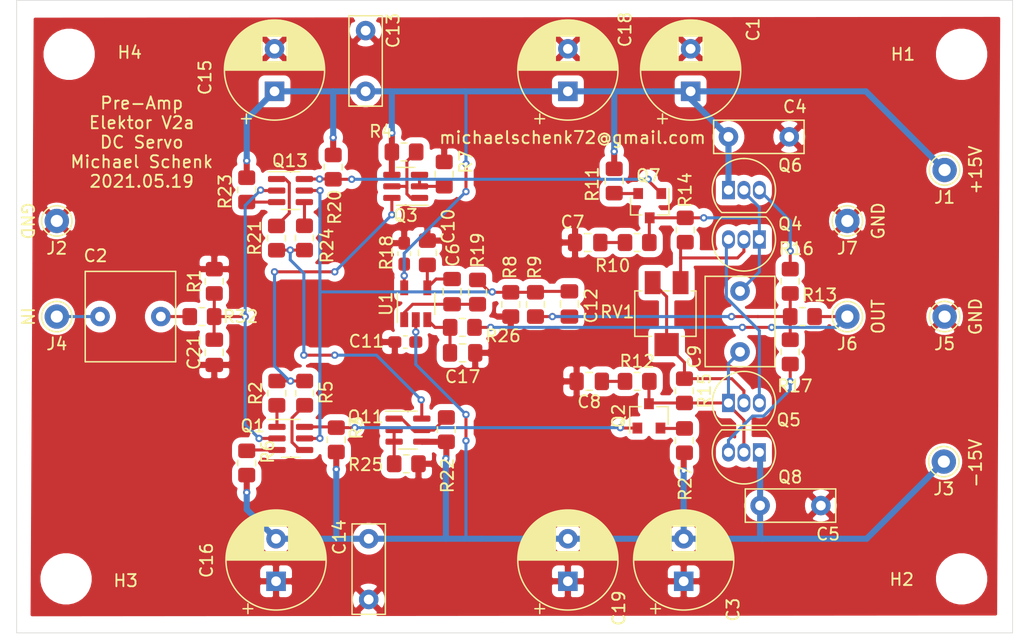
<source format=kicad_pcb>
(kicad_pcb (version 20171130) (host pcbnew "(5.1.10-0-10_14)")
  (layers (0 F.Cu signal) (31 B.Cu signal) (34 B.Paste user) (35 F.Paste user) (36 B.SilkS user) (37 F.SilkS user) (38 B.Mask user) (39 F.Mask user) (44 Edge.Cuts user))
  (net 0 "")
  (net 1 GND)
  (net 2 +15V)
  (net 3 "Net-(C2-Pad2)")
  (net 4 "Net-(C2-Pad1)")
  (net 5 -15V)
  (net 6 "Net-(C7-Pad2)")
  (net 7 "Net-(Q2-Pad2)")
  (net 8 "Net-(Q7-Pad2)")
  (net 9 "Net-(C12-Pad2)")
  (net 10 "Net-(C12-Pad1)")
  (net 11 "Net-(Q11-Pad1)")
  (net 12 "Net-(Q11-Pad6)")
  (net 13 "Net-(Q11-Pad2)")
  (net 14 "Net-(Q13-Pad4)")
  (net 15 "Net-(Q13-Pad3)")
  (net 16 "Net-(Q13-Pad1)")
  (net 17 "Net-(Q3-Pad6)")
  (net 18 "Net-(Q3-Pad1)")
  (net 19 "Net-(Q3-Pad2)")
  (net 20 "Net-(Q1-Pad4)")
  (net 21 "Net-(Q1-Pad3)")
  (net 22 "Net-(Q1-Pad1)")
  (net 23 "Net-(C8-Pad1)")
  (net 24 "Net-(C9-Pad2)")
  (net 25 "Net-(C9-Pad1)")
  (net 26 "Net-(Q1-Pad6)")
  (net 27 "Net-(Q4-Pad3)")
  (net 28 "Net-(Q4-Pad2)")
  (net 29 "Net-(Q5-Pad2)")
  (net 30 "Net-(Q6-Pad3)")
  (net 31 "Net-(Q13-Pad6)")
  (net 32 "Net-(Q8-Pad3)")
  (net 33 "Net-(C21-Pad2)")
  (net 34 "Net-(C6-Pad2)")
  (net 35 DCSERVO_OUT)
  (net 36 "Net-(C17-Pad2)")
  (net 37 DCSERVO_IN)
  (module Package_TO_SOT_SMD:TSOT-23-5 (layer F.Cu) (at 154.747 120.864 90)
    (fp_text reference U1 (at 0 -2.45 90) (layer F.SilkS))
    (fp_text value OPA188xxDBV)
    (pad 5 smd rect (at 1.31 -0.95 90) (size 1.22 0.65) (layers F.Cu F.Paste F.Mask) (net 2 +15V))
    (pad 4 smd rect (at 1.31 0.95 90) (size 1.22 0.65) (layers F.Cu F.Paste F.Mask) (net 34 "Net-(C6-Pad2)"))
    (pad 3 smd rect (at -1.31 0.95 90) (size 1.22 0.65) (layers F.Cu F.Paste F.Mask) (net 36 "Net-(C17-Pad2)"))
    (pad 2 smd rect (at -1.31 0 90) (size 1.22 0.65) (layers F.Cu F.Paste F.Mask) (net 5 -15V))
    (pad 1 smd rect (at -1.31 -0.95 90) (size 1.22 0.65) (layers F.Cu F.Paste F.Mask) (net 35 DCSERVO_OUT))
  )
  (module Resistor_SMD:R_0805_2012Metric_Pad1.20x1.40mm_HandSolder (layer F.Cu) (at 158.5755 122.809 180)
    (fp_text reference R26 (at -3.3495 -0.6985) (layer F.SilkS))
    (fp_text value 100k)
    (pad 2 smd roundrect (at 1 0 180) (size 1.2 1.4) (layers F.Cu F.Paste F.Mask) (roundrect_rratio 0.208333) (net 36 "Net-(C17-Pad2)"))
    (pad 1 smd roundrect (at -1 0 180) (size 1.2 1.4) (layers F.Cu F.Paste F.Mask) (roundrect_rratio 0.208333) (net 37 DCSERVO_IN))
  )
  (module Resistor_SMD:R_0805_2012Metric_Pad1.20x1.40mm_HandSolder (layer F.Cu) (at 159.8295 119.904 90)
    (fp_text reference R19 (at 3.445 0 90) (layer F.SilkS))
    (fp_text value 10k)
    (pad 2 smd roundrect (at 1 0 90) (size 1.2 1.4) (layers F.Cu F.Paste F.Mask) (roundrect_rratio 0.208333) (net 9 "Net-(C12-Pad2)"))
    (pad 1 smd roundrect (at -1 0 90) (size 1.2 1.4) (layers F.Cu F.Paste F.Mask) (roundrect_rratio 0.208333) (net 35 DCSERVO_OUT))
  )
  (module Resistor_SMD:R_0805_2012Metric_Pad1.20x1.40mm_HandSolder (layer F.Cu) (at 155.702 116.6655 90)
    (fp_text reference R18 (at 0 -3.3655 90) (layer F.SilkS))
    (fp_text value 100k)
    (pad 2 smd roundrect (at 1 0 90) (size 1.2 1.4) (layers F.Cu F.Paste F.Mask) (roundrect_rratio 0.208333) (net 1 GND))
    (pad 1 smd roundrect (at -1 0 90) (size 1.2 1.4) (layers F.Cu F.Paste F.Mask) (roundrect_rratio 0.208333) (net 34 "Net-(C6-Pad2)"))
  )
  (module Capacitor_SMD:C_0805_2012Metric_Pad1.18x1.45mm_HandSolder (layer F.Cu) (at 158.6015 124.9045 180)
    (fp_text reference C17 (at 0 -1.9685) (layer F.SilkS))
    (fp_text value 1uF)
    (pad 2 smd roundrect (at 1.0375 0 180) (size 1.175 1.45) (layers F.Cu F.Paste F.Mask) (roundrect_rratio 0.212766) (net 36 "Net-(C17-Pad2)"))
    (pad 1 smd roundrect (at -1.0375 0 180) (size 1.175 1.45) (layers F.Cu F.Paste F.Mask) (roundrect_rratio 0.212766) (net 1 GND))
  )
  (module Capacitor_SMD:C_0603_1608Metric_Pad1.08x0.95mm_HandSolder (layer F.Cu) (at 153.887 124.0155)
    (fp_text reference C11 (at -3.2015 -0.0635) (layer F.SilkS))
    (fp_text value 100nF)
    (pad 2 smd roundrect (at 0.8625 0) (size 1.075 0.95) (layers F.Cu F.Paste F.Mask) (net 5 -15V))
    (pad 1 smd roundrect (at -0.8625 0) (size 1.075 0.95) (layers F.Cu F.Paste F.Mask) (net 1 GND))
  )
  (module Capacitor_SMD:C_0603_1608Metric_Pad1.08x0.95mm_HandSolder (layer F.Cu) (at 153.797 116.7395 270)
    (fp_text reference C10 (at -2.249 -3.6195 90) (layer F.SilkS))
    (fp_text value 100nF)
    (pad 2 smd roundrect (at 0.8625 0 270) (size 1.075 0.95) (layers F.Cu F.Paste F.Mask) (net 2 +15V))
    (pad 1 smd roundrect (at -0.8625 0 270) (size 1.075 0.95) (layers F.Cu F.Paste F.Mask) (net 1 GND))
  )
  (module Capacitor_SMD:C_0805_2012Metric_Pad1.18x1.45mm_HandSolder (layer F.Cu) (at 157.734 119.8665 90)
    (fp_text reference C6 (at 3.0265 0.0635 90) (layer F.SilkS))
    (fp_text value 1uF)
    (pad 2 smd roundrect (at 1.0375 0 90) (size 1.175 1.45) (layers F.Cu F.Paste F.Mask) (roundrect_rratio 0.212766) (net 34 "Net-(C6-Pad2)"))
    (pad 1 smd roundrect (at -1.0375 0 90) (size 1.175 1.45) (layers F.Cu F.Paste F.Mask) (roundrect_rratio 0.212766) (net 35 DCSERVO_OUT))
  )
  (module Potentiometer_SMD:Potentiometer_Bourns_3214X_Vertical (layer F.Cu) (at 175.38 121.676)
    (fp_text reference RV1 (at -4.057 -0.137) (layer F.SilkS))
    (fp_text value 10k)
    (pad 3 smd rect (at -1.15 -2.55) (size 1.3 1.9) (layers F.Cu F.Paste F.Mask) (net 29 "Net-(Q5-Pad2)"))
    (pad 2 smd rect (at 0 2.55) (size 2 1.9) (layers F.Cu F.Paste F.Mask) (net 29 "Net-(Q5-Pad2)"))
    (pad 1 smd rect (at 1.15 -2.55) (size 1.3 1.9) (layers F.Cu F.Paste F.Mask) (net 28 "Net-(Q4-Pad2)"))
  )
  (module Resistor_SMD:R_0805_2012Metric_Pad1.20x1.40mm_HandSolder (layer F.Cu) (at 138.176 119.015 90)
    (fp_text reference R1 (at 0 -1.65 90) (layer F.SilkS))
    (fp_text value 10k)
    (pad 2 smd roundrect (at 1 0 90) (size 1.2 1.4) (layers F.Cu F.Paste F.Mask) (roundrect_rratio 0.2083325) (net 1 GND))
    (pad 1 smd roundrect (at -1 0 90) (size 1.2 1.4) (layers F.Cu F.Paste F.Mask) (roundrect_rratio 0.2083325) (net 33 "Net-(C21-Pad2)"))
  )
  (module Resistor_SMD:R_0805_2012Metric_Pad1.20x1.40mm_HandSolder (layer F.Cu) (at 137.16 121.92 180)
    (fp_text reference R32 (at -3.175 0) (layer F.SilkS))
    (fp_text value 470R)
    (pad 2 smd roundrect (at 1 0 180) (size 1.2 1.4) (layers F.Cu F.Paste F.Mask) (roundrect_rratio 0.208333) (net 4 "Net-(C2-Pad1)"))
    (pad 1 smd roundrect (at -1 0 180) (size 1.2 1.4) (layers F.Cu F.Paste F.Mask) (roundrect_rratio 0.208333) (net 33 "Net-(C21-Pad2)"))
  )
  (module Capacitor_SMD:C_0805_2012Metric_Pad1.18x1.45mm_HandSolder (layer F.Cu) (at 138.176 124.8625 90)
    (fp_text reference C21 (at 0 -1.68 90) (layer F.SilkS))
    (fp_text value 33p)
    (pad 2 smd roundrect (at 1.0375 0 90) (size 1.175 1.45) (layers F.Cu F.Paste F.Mask) (roundrect_rratio 0.212766) (net 33 "Net-(C21-Pad2)"))
    (pad 1 smd roundrect (at -1.0375 0 90) (size 1.175 1.45) (layers F.Cu F.Paste F.Mask) (roundrect_rratio 0.212766) (net 1 GND))
  )
  (module Resistor_SMD:R_0805_2012Metric_Pad1.20x1.40mm_HandSolder (layer F.Cu) (at 148.209 132.064 270)
    (fp_text reference R3 (at -1 -1.651 90) (layer F.SilkS))
    (fp_text value 806R)
    (pad 2 smd roundrect (at 1 0 270) (size 1.2 1.4) (layers F.Cu F.Paste F.Mask) (roundrect_rratio 0.2083325) (net 5 -15V))
    (pad 1 smd roundrect (at -1 0 270) (size 1.2 1.4) (layers F.Cu F.Paste F.Mask) (roundrect_rratio 0.2083325) (net 26 "Net-(Q1-Pad6)"))
  )
  (module Resistor_SMD:R_0805_2012Metric_Pad1.20x1.40mm_HandSolder (layer F.Cu) (at 162.56 120.92 270)
    (fp_text reference R8 (at -3.064 0.0635 90) (layer F.SilkS))
    (fp_text value 10k)
    (pad 2 smd roundrect (at 1 0 270) (size 1.2 1.4) (layers F.Cu F.Paste F.Mask) (roundrect_rratio 0.2083325) (net 1 GND))
    (pad 1 smd roundrect (at -1 0 270) (size 1.2 1.4) (layers F.Cu F.Paste F.Mask) (roundrect_rratio 0.2083325) (net 9 "Net-(C12-Pad2)"))
  )
  (module Capacitor_SMD:C_0805_2012Metric_Pad1.18x1.45mm_HandSolder (layer F.Cu) (at 169.0155 127.254 180)
    (fp_text reference C8 (at 0 -1.68) (layer F.SilkS))
    (fp_text value 150p)
    (pad 2 smd roundrect (at 1.0375 0 180) (size 1.175 1.45) (layers F.Cu F.Paste F.Mask) (roundrect_rratio 0.212766) (net 1 GND))
    (pad 1 smd roundrect (at -1.0375 0 180) (size 1.175 1.45) (layers F.Cu F.Paste F.Mask) (roundrect_rratio 0.212766) (net 23 "Net-(C8-Pad1)"))
  )
  (module Capacitor_SMD:C_0805_2012Metric_Pad1.18x1.45mm_HandSolder (layer F.Cu) (at 168.8885 115.824)
    (fp_text reference C7 (at -1.2485 -1.68) (layer F.SilkS))
    (fp_text value 150p)
    (pad 2 smd roundrect (at 1.0375 0) (size 1.175 1.45) (layers F.Cu F.Paste F.Mask) (roundrect_rratio 0.212766) (net 6 "Net-(C7-Pad2)"))
    (pad 1 smd roundrect (at -1.0375 0) (size 1.175 1.45) (layers F.Cu F.Paste F.Mask) (roundrect_rratio 0.212766) (net 1 GND))
  )
  (module Capacitor_THT:C_Rect_L7.2mm_W2.5mm_P5.00mm_FKS2_FKP2_MKS2_MKP2 (layer F.Cu) (at 185.467 107.1245 180)
    (fp_text reference C4 (at -0.461 2.4765) (layer F.SilkS))
    (fp_text value 100nF)
    (pad 2 thru_hole circle (at 5 0 180) (size 1.6 1.6) (drill 0.8) (layers *.Cu *.Mask) (net 2 +15V))
    (pad 1 thru_hole circle (at 0 0 180) (size 1.6 1.6) (drill 0.8) (layers *.Cu *.Mask) (net 1 GND))
  )
  (module Capacitor_THT:C_Rect_L7.2mm_W5.5mm_P5.00mm_FKS2_FKP2_MKS2_MKP2 (layer F.Cu) (at 181.4195 124.8245 90)
    (fp_text reference C9 (at -0.3975 -3.7465 90) (layer F.SilkS))
    (fp_text value 1uF)
    (pad 2 thru_hole circle (at 5 0 90) (size 1.6 1.6) (drill 0.8) (layers *.Cu *.Mask) (net 24 "Net-(C9-Pad2)"))
    (pad 1 thru_hole circle (at 0 0 90) (size 1.6 1.6) (drill 0.8) (layers *.Cu *.Mask) (net 25 "Net-(C9-Pad1)"))
  )
  (module Resistor_SMD:R_0805_2012Metric_Pad1.20x1.40mm_HandSolder (layer F.Cu) (at 185.547 124.825 270)
    (fp_text reference R17 (at 2.81 -0.381 180) (layer F.SilkS))
    (fp_text value 10R)
    (pad 2 smd roundrect (at 1 0 270) (size 1.2 1.4) (layers F.Cu F.Paste F.Mask) (roundrect_rratio 0.208333) (net 32 "Net-(Q8-Pad3)"))
    (pad 1 smd roundrect (at -1 0 270) (size 1.2 1.4) (layers F.Cu F.Paste F.Mask) (roundrect_rratio 0.208333) (net 10 "Net-(C12-Pad1)"))
  )
  (module Resistor_SMD:R_0805_2012Metric_Pad1.20x1.40mm_HandSolder (layer F.Cu) (at 185.547 119.015 270)
    (fp_text reference R16 (at -2.683 -0.508 180) (layer F.SilkS))
    (fp_text value 10R)
    (pad 2 smd roundrect (at 1 0 270) (size 1.2 1.4) (layers F.Cu F.Paste F.Mask) (roundrect_rratio 0.208333) (net 10 "Net-(C12-Pad1)"))
    (pad 1 smd roundrect (at -1 0 270) (size 1.2 1.4) (layers F.Cu F.Paste F.Mask) (roundrect_rratio 0.208333) (net 30 "Net-(Q6-Pad3)"))
  )
  (module Resistor_SMD:R_0805_2012Metric_Pad1.20x1.40mm_HandSolder (layer F.Cu) (at 176.8475 128.032 270)
    (fp_text reference R15 (at 0 -1.65 90) (layer F.SilkS))
    (fp_text value 390R)
    (pad 2 smd roundrect (at 1 0 270) (size 1.2 1.4) (layers F.Cu F.Paste F.Mask) (roundrect_rratio 0.208333) (net 25 "Net-(C9-Pad1)"))
    (pad 1 smd roundrect (at -1 0 270) (size 1.2 1.4) (layers F.Cu F.Paste F.Mask) (roundrect_rratio 0.208333) (net 29 "Net-(Q5-Pad2)"))
  )
  (module Resistor_SMD:R_0805_2012Metric_Pad1.20x1.40mm_HandSolder (layer F.Cu) (at 176.911 114.792 270)
    (fp_text reference R14 (at -3.286 0 90) (layer F.SilkS))
    (fp_text value 390R)
    (pad 2 smd roundrect (at 1 0 270) (size 1.2 1.4) (layers F.Cu F.Paste F.Mask) (roundrect_rratio 0.208333) (net 28 "Net-(Q4-Pad2)"))
    (pad 1 smd roundrect (at -1 0 270) (size 1.2 1.4) (layers F.Cu F.Paste F.Mask) (roundrect_rratio 0.208333) (net 24 "Net-(C9-Pad2)"))
  )
  (module Resistor_SMD:R_0805_2012Metric_Pad1.20x1.40mm_HandSolder (layer F.Cu) (at 172.958 127.254)
    (fp_text reference R12 (at 0 -1.65) (layer F.SilkS))
    (fp_text value 10k)
    (pad 2 smd roundrect (at 1 0) (size 1.2 1.4) (layers F.Cu F.Paste F.Mask) (roundrect_rratio 0.208333) (net 25 "Net-(C9-Pad1)"))
    (pad 1 smd roundrect (at -1 0) (size 1.2 1.4) (layers F.Cu F.Paste F.Mask) (roundrect_rratio 0.208333) (net 23 "Net-(C8-Pad1)"))
  )
  (module Resistor_SMD:R_0805_2012Metric_Pad1.20x1.40mm_HandSolder (layer F.Cu) (at 172.958 115.824 180)
    (fp_text reference R10 (at 2.016 -1.905) (layer F.SilkS))
    (fp_text value 10k)
    (pad 2 smd roundrect (at 1 0 180) (size 1.2 1.4) (layers F.Cu F.Paste F.Mask) (roundrect_rratio 0.208333) (net 6 "Net-(C7-Pad2)"))
    (pad 1 smd roundrect (at -1 0 180) (size 1.2 1.4) (layers F.Cu F.Paste F.Mask) (roundrect_rratio 0.208333) (net 24 "Net-(C9-Pad2)"))
  )
  (module Package_TO_SOT_THT:TO-92_Inline (layer F.Cu) (at 183.007 133.096 180)
    (fp_text reference Q8 (at -2.54 -2.032) (layer F.SilkS))
    (fp_text value BC327-40)
    (pad 1 thru_hole rect (at 0 0 180) (size 1.05 1.5) (drill 0.75) (layers *.Cu *.Mask) (net 5 -15V))
    (pad 3 thru_hole oval (at 2.54 0 180) (size 1.05 1.5) (drill 0.75) (layers *.Cu *.Mask) (net 32 "Net-(Q8-Pad3)"))
    (pad 2 thru_hole oval (at 1.27 0 180) (size 1.05 1.5) (drill 0.75) (layers *.Cu *.Mask) (net 25 "Net-(C9-Pad1)"))
  )
  (module Package_TO_SOT_THT:TO-92_Inline (layer F.Cu) (at 180.467 111.506)
    (fp_text reference Q6 (at 5.08 -2.032) (layer F.SilkS))
    (fp_text value BC337-40)
    (pad 1 thru_hole rect (at 0 0) (size 1.05 1.5) (drill 0.75) (layers *.Cu *.Mask) (net 2 +15V))
    (pad 3 thru_hole oval (at 2.54 0) (size 1.05 1.5) (drill 0.75) (layers *.Cu *.Mask) (net 30 "Net-(Q6-Pad3)"))
    (pad 2 thru_hole oval (at 1.27 0) (size 1.05 1.5) (drill 0.75) (layers *.Cu *.Mask) (net 24 "Net-(C9-Pad2)"))
  )
  (module Package_TO_SOT_THT:TO-92_Inline (layer F.Cu) (at 180.467 129.032)
    (fp_text reference Q5 (at 4.953 1.397) (layer F.SilkS))
    (fp_text value BC560C)
    (pad 1 thru_hole rect (at 0 0) (size 1.05 1.5) (drill 0.75) (layers *.Cu *.Mask) (net 25 "Net-(C9-Pad1)"))
    (pad 3 thru_hole oval (at 2.54 0) (size 1.05 1.5) (drill 0.75) (layers *.Cu *.Mask) (net 27 "Net-(Q4-Pad3)"))
    (pad 2 thru_hole oval (at 1.27 0) (size 1.05 1.5) (drill 0.75) (layers *.Cu *.Mask) (net 29 "Net-(Q5-Pad2)"))
  )
  (module Package_TO_SOT_THT:TO-92_Inline (layer F.Cu) (at 183.007 115.57 180)
    (fp_text reference Q4 (at -2.54 1.27) (layer F.SilkS))
    (fp_text value BC550C)
    (pad 1 thru_hole rect (at 0 0 180) (size 1.05 1.5) (drill 0.75) (layers *.Cu *.Mask) (net 24 "Net-(C9-Pad2)"))
    (pad 3 thru_hole oval (at 2.54 0 180) (size 1.05 1.5) (drill 0.75) (layers *.Cu *.Mask) (net 27 "Net-(Q4-Pad3)"))
    (pad 2 thru_hole oval (at 1.27 0 180) (size 1.05 1.5) (drill 0.75) (layers *.Cu *.Mask) (net 28 "Net-(Q4-Pad2)"))
  )
  (module Package_TO_SOT_SMD:SOT-23 (layer F.Cu) (at 173.9265 130.0955 90)
    (fp_text reference Q2 (at 0 -2.5 90) (layer F.SilkS))
    (fp_text value BC850C)
    (pad 3 smd rect (at 1 0 90) (size 0.9 0.8) (layers F.Cu F.Paste F.Mask) (net 25 "Net-(C9-Pad1)"))
    (pad 2 smd rect (at -1 0.95 90) (size 0.9 0.8) (layers F.Cu F.Paste F.Mask) (net 7 "Net-(Q2-Pad2)"))
    (pad 1 smd rect (at -1 -0.95 90) (size 0.9 0.8) (layers F.Cu F.Paste F.Mask) (net 26 "Net-(Q1-Pad6)"))
  )
  (module Package_SO:SC-74-6_1.5x2.9mm_P0.95mm (layer F.Cu) (at 144.468 131.9505)
    (fp_text reference Q1 (at -3.1424 -1.0262) (layer F.SilkS))
    (fp_text value BCM857DS,115)
    (pad 6 smd roundrect (at 1.1375 -0.95) (size 1.425 0.5) (layers F.Cu F.Paste F.Mask) (net 26 "Net-(Q1-Pad6)"))
    (pad 5 smd roundrect (at 1.1375 0) (size 1.425 0.5) (layers F.Cu F.Paste F.Mask) (net 9 "Net-(C12-Pad2)"))
    (pad 4 smd roundrect (at 1.1375 0.95) (size 1.425 0.5) (layers F.Cu F.Paste F.Mask) (net 20 "Net-(Q1-Pad4)"))
    (pad 3 smd roundrect (at -1.1375 0.95) (size 1.425 0.5) (layers F.Cu F.Paste F.Mask) (net 21 "Net-(Q1-Pad3)"))
    (pad 2 smd roundrect (at -1.1375 0) (size 1.425 0.5) (layers F.Cu F.Paste F.Mask) (net 33 "Net-(C21-Pad2)"))
    (pad 1 smd roundrect (at -1.1375 -0.95) (size 1.425 0.5) (layers F.Cu F.Paste F.Mask) (net 22 "Net-(Q1-Pad1)"))
  )
  (module Package_SO:SC-74-6_1.5x2.9mm_P0.95mm (layer F.Cu) (at 153.9185 111.1987 180)
    (fp_text reference Q3 (at 0 -2.4) (layer F.SilkS))
    (fp_text value BCM857DS,115)
    (pad 6 smd roundrect (at 1.1375 -0.95 180) (size 1.425 0.5) (layers F.Cu F.Paste F.Mask) (net 17 "Net-(Q3-Pad6)"))
    (pad 5 smd roundrect (at 1.1375 0 180) (size 1.425 0.5) (layers F.Cu F.Paste F.Mask) (net 18 "Net-(Q3-Pad1)"))
    (pad 4 smd roundrect (at 1.1375 0.95 180) (size 1.425 0.5) (layers F.Cu F.Paste F.Mask) (net 2 +15V))
    (pad 3 smd roundrect (at -1.1375 0.95 180) (size 1.425 0.5) (layers F.Cu F.Paste F.Mask) (net 19 "Net-(Q3-Pad2)"))
    (pad 2 smd roundrect (at -1.1375 0 180) (size 1.425 0.5) (layers F.Cu F.Paste F.Mask) (net 19 "Net-(Q3-Pad2)"))
    (pad 1 smd roundrect (at -1.1375 -0.95 180) (size 1.425 0.5) (layers F.Cu F.Paste F.Mask) (net 18 "Net-(Q3-Pad1)"))
  )
  (module Package_SO:SC-74-6_1.5x2.9mm_P0.95mm (layer F.Cu) (at 144.4443 111.5466)
    (fp_text reference Q13 (at -0.0453 -2.4536) (layer F.SilkS))
    (fp_text value BCM847DS,115)
    (pad 6 smd roundrect (at 1.1375 -0.95) (size 1.425 0.5) (layers F.Cu F.Paste F.Mask) (net 31 "Net-(Q13-Pad6)"))
    (pad 5 smd roundrect (at 1.1375 0) (size 1.425 0.5) (layers F.Cu F.Paste F.Mask) (net 9 "Net-(C12-Pad2)"))
    (pad 4 smd roundrect (at 1.1375 0.95) (size 1.425 0.5) (layers F.Cu F.Paste F.Mask) (net 14 "Net-(Q13-Pad4)"))
    (pad 3 smd roundrect (at -1.1375 0.95) (size 1.425 0.5) (layers F.Cu F.Paste F.Mask) (net 15 "Net-(Q13-Pad3)"))
    (pad 2 smd roundrect (at -1.1375 0) (size 1.425 0.5) (layers F.Cu F.Paste F.Mask) (net 33 "Net-(C21-Pad2)"))
    (pad 1 smd roundrect (at -1.1375 -0.95) (size 1.425 0.5) (layers F.Cu F.Paste F.Mask) (net 16 "Net-(Q13-Pad1)"))
  )
  (module Package_SO:SC-74-6_1.5x2.9mm_P0.95mm (layer F.Cu) (at 154.1043 131.2647)
    (fp_text reference Q11 (at -3.4823 -1.0897) (layer F.SilkS))
    (fp_text value BCM847DS,115)
    (pad 6 smd roundrect (at 1.1375 -0.95) (size 1.425 0.5) (layers F.Cu F.Paste F.Mask) (net 12 "Net-(Q11-Pad6)"))
    (pad 5 smd roundrect (at 1.1375 0) (size 1.425 0.5) (layers F.Cu F.Paste F.Mask) (net 11 "Net-(Q11-Pad1)"))
    (pad 4 smd roundrect (at 1.1375 0.95) (size 1.425 0.5) (layers F.Cu F.Paste F.Mask) (net 5 -15V))
    (pad 3 smd roundrect (at -1.1375 0.95) (size 1.425 0.5) (layers F.Cu F.Paste F.Mask) (net 13 "Net-(Q11-Pad2)"))
    (pad 2 smd roundrect (at -1.1375 0) (size 1.425 0.5) (layers F.Cu F.Paste F.Mask) (net 13 "Net-(Q11-Pad2)"))
    (pad 1 smd roundrect (at -1.1375 -0.95) (size 1.425 0.5) (layers F.Cu F.Paste F.Mask) (net 11 "Net-(Q11-Pad1)"))
  )
  (module Capacitor_THT:CP_Radial_D8.0mm_P3.50mm (layer F.Cu) (at 177.3555 103.378 90)
    (fp_text reference C1 (at 5.08 5.1435 90) (layer F.SilkS))
    (fp_text value 220uF)
    (pad 2 thru_hole circle (at 3.5 0 90) (size 1.6 1.6) (drill 0.8) (layers *.Cu *.Mask) (net 1 GND))
    (pad 1 thru_hole rect (at 0 0 90) (size 1.6 1.6) (drill 0.8) (layers *.Cu *.Mask) (net 2 +15V))
  )
  (module Capacitor_THT:CP_Radial_D8.0mm_P3.50mm (layer F.Cu) (at 167.259 143.708 90)
    (fp_text reference C19 (at -2.215 4.191 90) (layer F.SilkS))
    (fp_text value 220uF)
    (pad 2 thru_hole circle (at 3.5 0 90) (size 1.6 1.6) (drill 0.8) (layers *.Cu *.Mask) (net 5 -15V))
    (pad 1 thru_hole rect (at 0 0 90) (size 1.6 1.6) (drill 0.8) (layers *.Cu *.Mask) (net 1 GND))
  )
  (module Capacitor_THT:CP_Radial_D8.0mm_P3.50mm (layer F.Cu) (at 167.259 103.378 90)
    (fp_text reference C18 (at 5.08 4.699 90) (layer F.SilkS))
    (fp_text value 220uF)
    (pad 2 thru_hole circle (at 3.5 0 90) (size 1.6 1.6) (drill 0.8) (layers *.Cu *.Mask) (net 1 GND))
    (pad 1 thru_hole rect (at 0 0 90) (size 1.6 1.6) (drill 0.8) (layers *.Cu *.Mask) (net 2 +15V))
  )
  (module Resistor_SMD:R_0805_2012Metric_Pad1.20x1.40mm_HandSolder (layer F.Cu) (at 186.547 121.92 180)
    (fp_text reference R13 (at -1.413 1.778) (layer F.SilkS))
    (fp_text value 47R)
    (pad 2 smd roundrect (at 1 0 180) (size 1.2 1.4) (layers F.Cu F.Paste F.Mask) (roundrect_rratio 0.2083325) (net 10 "Net-(C12-Pad1)"))
    (pad 1 smd roundrect (at -1 0 180) (size 1.2 1.4) (layers F.Cu F.Paste F.Mask) (roundrect_rratio 0.2083325) (net 37 DCSERVO_IN))
  )
  (module Resistor_SMD:R_0805_2012Metric_Pad1.20x1.40mm_HandSolder (layer F.Cu) (at 176.8475 132.1275 270)
    (fp_text reference R27 (at 3.5085 -0.0635 90) (layer F.SilkS))
    (fp_text value 249R)
    (pad 2 smd roundrect (at 1 0 270) (size 1.2 1.4) (layers F.Cu F.Paste F.Mask) (roundrect_rratio 0.2083325) (net 5 -15V))
    (pad 1 smd roundrect (at -1 0 270) (size 1.2 1.4) (layers F.Cu F.Paste F.Mask) (roundrect_rratio 0.2083325) (net 7 "Net-(Q2-Pad2)"))
  )
  (module Resistor_SMD:R_0805_2012Metric_Pad1.20x1.40mm_HandSolder (layer F.Cu) (at 153.9715 134.0358 180)
    (fp_text reference R25 (at 3.3495 -0.0762) (layer F.SilkS))
    (fp_text value 10k)
    (pad 2 smd roundrect (at 1 0 180) (size 1.2 1.4) (layers F.Cu F.Paste F.Mask) (roundrect_rratio 0.2083325) (net 13 "Net-(Q11-Pad2)"))
    (pad 1 smd roundrect (at -1 0 180) (size 1.2 1.4) (layers F.Cu F.Paste F.Mask) (roundrect_rratio 0.2083325) (net 1 GND))
  )
  (module Resistor_SMD:R_0805_2012Metric_Pad1.20x1.40mm_HandSolder (layer F.Cu) (at 145.5928 115.4463 270)
    (fp_text reference R24 (at 0.6317 -1.8542 90) (layer F.SilkS))
    (fp_text value 80.6R)
    (pad 2 smd roundrect (at 1 0 270) (size 1.2 1.4) (layers F.Cu F.Paste F.Mask) (roundrect_rratio 0.2083325) (net 12 "Net-(Q11-Pad6)"))
    (pad 1 smd roundrect (at -1 0 270) (size 1.2 1.4) (layers F.Cu F.Paste F.Mask) (roundrect_rratio 0.2083325) (net 14 "Net-(Q13-Pad4)"))
  )
  (module Resistor_SMD:R_0805_2012Metric_Pad1.20x1.40mm_HandSolder (layer F.Cu) (at 140.843 111.49 270)
    (fp_text reference R23 (at 0.143 1.778 90) (layer F.SilkS))
    (fp_text value 806R)
    (pad 2 smd roundrect (at 1 0 270) (size 1.2 1.4) (layers F.Cu F.Paste F.Mask) (roundrect_rratio 0.2083325) (net 15 "Net-(Q13-Pad3)"))
    (pad 1 smd roundrect (at -1 0 270) (size 1.2 1.4) (layers F.Cu F.Paste F.Mask) (roundrect_rratio 0.2083325) (net 2 +15V))
  )
  (module Resistor_SMD:R_0805_2012Metric_Pad1.20x1.40mm_HandSolder (layer F.Cu) (at 157.2641 131.2258 270)
    (fp_text reference R22 (at 3.7752 -0.0889 90) (layer F.SilkS))
    (fp_text value 140R)
    (pad 2 smd roundrect (at 1 0 270) (size 1.2 1.4) (layers F.Cu F.Paste F.Mask) (roundrect_rratio 0.2083325) (net 5 -15V))
    (pad 1 smd roundrect (at -1 0 270) (size 1.2 1.4) (layers F.Cu F.Paste F.Mask) (roundrect_rratio 0.2083325) (net 11 "Net-(Q11-Pad1)"))
  )
  (module Resistor_SMD:R_0805_2012Metric_Pad1.20x1.40mm_HandSolder (layer F.Cu) (at 143.2941 115.459 270)
    (fp_text reference R21 (at -0.0094 1.8034 90) (layer F.SilkS))
    (fp_text value 80.6R)
    (pad 2 smd roundrect (at 1 0 270) (size 1.2 1.4) (layers F.Cu F.Paste F.Mask) (roundrect_rratio 0.2083325) (net 12 "Net-(Q11-Pad6)"))
    (pad 1 smd roundrect (at -1 0 270) (size 1.2 1.4) (layers F.Cu F.Paste F.Mask) (roundrect_rratio 0.2083325) (net 16 "Net-(Q13-Pad1)"))
  )
  (module Resistor_SMD:R_0805_2012Metric_Pad1.20x1.40mm_HandSolder (layer F.Cu) (at 147.955 109.617 270)
    (fp_text reference R20 (at 3.286 -0.127 90) (layer F.SilkS))
    (fp_text value 806R)
    (pad 2 smd roundrect (at 1 0 270) (size 1.2 1.4) (layers F.Cu F.Paste F.Mask) (roundrect_rratio 0.2083325) (net 31 "Net-(Q13-Pad6)"))
    (pad 1 smd roundrect (at -1 0 270) (size 1.2 1.4) (layers F.Cu F.Paste F.Mask) (roundrect_rratio 0.2083325) (net 2 +15V))
  )
  (module Capacitor_THT:CP_Radial_D8.0mm_P3.50mm (layer F.Cu) (at 143.256 143.708 90)
    (fp_text reference C16 (at 1.722 -5.715 90) (layer F.SilkS))
    (fp_text value 220uF)
    (pad 2 thru_hole circle (at 3.5 0 90) (size 1.6 1.6) (drill 0.8) (layers *.Cu *.Mask) (net 5 -15V))
    (pad 1 thru_hole rect (at 0 0 90) (size 1.6 1.6) (drill 0.8) (layers *.Cu *.Mask) (net 1 GND))
  )
  (module Capacitor_THT:CP_Radial_D8.0mm_P3.50mm (layer F.Cu) (at 143.129 103.378 90)
    (fp_text reference C15 (at 1.143 -5.715 90) (layer F.SilkS))
    (fp_text value 220uF)
    (pad 2 thru_hole circle (at 3.5 0 90) (size 1.6 1.6) (drill 0.8) (layers *.Cu *.Mask) (net 1 GND))
    (pad 1 thru_hole rect (at 0 0 90) (size 1.6 1.6) (drill 0.8) (layers *.Cu *.Mask) (net 2 +15V))
  )
  (module Capacitor_THT:CP_Radial_D8.0mm_P3.50mm (layer F.Cu) (at 176.784 143.708 90)
    (fp_text reference C3 (at -2.342 4.064 90) (layer F.SilkS))
    (fp_text value 220uF)
    (pad 2 thru_hole circle (at 3.5 0 90) (size 1.6 1.6) (drill 0.8) (layers *.Cu *.Mask) (net 5 -15V))
    (pad 1 thru_hole rect (at 0 0 90) (size 1.6 1.6) (drill 0.8) (layers *.Cu *.Mask) (net 1 GND))
  )
  (module Capacitor_THT:C_Rect_L7.2mm_W2.5mm_P5.00mm_FKS2_FKP2_MKS2_MKP2 (layer F.Cu) (at 150.876 140.208 270)
    (fp_text reference C14 (at -0.127 2.413 90) (layer F.SilkS))
    (fp_text value 100nF)
    (pad 2 thru_hole circle (at 5 0 270) (size 1.6 1.6) (drill 0.8) (layers *.Cu *.Mask) (net 1 GND))
    (pad 1 thru_hole circle (at 0 0 270) (size 1.6 1.6) (drill 0.8) (layers *.Cu *.Mask) (net 5 -15V))
  )
  (module Capacitor_THT:C_Rect_L7.2mm_W2.5mm_P5.00mm_FKS2_FKP2_MKS2_MKP2 (layer F.Cu) (at 150.622 98.378 270)
    (fp_text reference C13 (at -0.0038 -2.2606 90) (layer F.SilkS))
    (fp_text value 100nF)
    (pad 2 thru_hole circle (at 5 0 270) (size 1.6 1.6) (drill 0.8) (layers *.Cu *.Mask) (net 2 +15V))
    (pad 1 thru_hole circle (at 0 0 270) (size 1.6 1.6) (drill 0.8) (layers *.Cu *.Mask) (net 1 GND))
  )
  (module Capacitor_THT:C_Rect_L7.2mm_W2.5mm_P5.00mm_FKS2_FKP2_MKS2_MKP2 (layer F.Cu) (at 183.0705 137.4775)
    (fp_text reference C5 (at 5.588 2.3495) (layer F.SilkS))
    (fp_text value 100nF)
    (pad 2 thru_hole circle (at 5 0) (size 1.6 1.6) (drill 0.8) (layers *.Cu *.Mask) (net 1 GND))
    (pad 1 thru_hole circle (at 0 0) (size 1.6 1.6) (drill 0.8) (layers *.Cu *.Mask) (net 5 -15V))
  )
  (module Connector_Pin:Pin_D1.0mm_L10.0mm (layer F.Cu) (at 190.246 114.046)
    (fp_text reference J7 (at 0 2.25) (layer F.SilkS))
    (fp_text value Conn_01x01)
    (pad 1 thru_hole circle (at 0 0) (size 2 2) (drill 1) (layers *.Cu *.Mask) (net 1 GND))
  )
  (module Connector_Pin:Pin_D1.0mm_L10.0mm (layer F.Cu) (at 190.246 121.92)
    (fp_text reference J6 (at 0 2.25) (layer F.SilkS))
    (fp_text value Conn_01x01)
    (pad 1 thru_hole circle (at 0 0) (size 2 2) (drill 1) (layers *.Cu *.Mask) (net 37 DCSERVO_IN))
  )
  (module Connector_Pin:Pin_D1.0mm_L10.0mm (layer F.Cu) (at 198.247 121.92)
    (fp_text reference J5 (at 0 2.25) (layer F.SilkS))
    (fp_text value Conn_01x01)
    (pad 1 thru_hole circle (at 0 0) (size 2 2) (drill 1) (layers *.Cu *.Mask) (net 1 GND))
  )
  (module Connector_Pin:Pin_D1.0mm_L10.0mm (layer F.Cu) (at 125.222 121.92)
    (fp_text reference J4 (at 0 2.25) (layer F.SilkS))
    (fp_text value Conn_01x01)
    (pad 1 thru_hole circle (at 0 0) (size 2 2) (drill 1) (layers *.Cu *.Mask) (net 3 "Net-(C2-Pad2)"))
  )
  (module Connector_Pin:Pin_D1.0mm_L10.0mm (layer F.Cu) (at 198.1835 133.858)
    (fp_text reference J3 (at 0 2.25) (layer F.SilkS))
    (fp_text value Conn_01x01)
    (pad 1 thru_hole circle (at 0 0) (size 2 2) (drill 1) (layers *.Cu *.Mask) (net 5 -15V))
  )
  (module Connector_Pin:Pin_D1.0mm_L10.0mm (layer F.Cu) (at 125.222 114.046)
    (fp_text reference J2 (at 0 2.25) (layer F.SilkS))
    (fp_text value Conn_01x01)
    (pad 1 thru_hole circle (at 0 0) (size 2 2) (drill 1) (layers *.Cu *.Mask) (net 1 GND))
  )
  (module Connector_Pin:Pin_D1.0mm_L10.0mm (layer F.Cu) (at 198.247 109.855)
    (fp_text reference J1 (at 0 2.25) (layer F.SilkS))
    (fp_text value Conn_01x01)
    (pad 1 thru_hole circle (at 0 0) (size 2 2) (drill 1) (layers *.Cu *.Mask) (net 2 +15V))
  )
  (module Resistor_SMD:R_0805_2012Metric_Pad1.20x1.40mm_HandSolder (layer F.Cu) (at 153.781 108.3691)
    (fp_text reference R4 (at -1.889 -1.6891) (layer F.SilkS))
    (fp_text value 140R)
    (pad 2 smd roundrect (at 1 0) (size 1.2 1.4) (layers F.Cu F.Paste F.Mask) (roundrect_rratio 0.2083325) (net 18 "Net-(Q3-Pad1)"))
    (pad 1 smd roundrect (at -1 0) (size 1.2 1.4) (layers F.Cu F.Paste F.Mask) (roundrect_rratio 0.2083325) (net 2 +15V))
  )
  (module Capacitor_SMD:C_0805_2012Metric_Pad1.18x1.45mm_HandSolder (layer F.Cu) (at 167.386 120.8825 90)
    (fp_text reference C12 (at -0.1485 1.778 90) (layer F.SilkS))
    (fp_text value 6.8pF)
    (pad 2 smd roundrect (at 1.0375 0 90) (size 1.175 1.45) (layers F.Cu F.Paste F.Mask) (roundrect_rratio 0.2127659574468085) (net 9 "Net-(C12-Pad2)"))
    (pad 1 smd roundrect (at -1.0375 0 90) (size 1.175 1.45) (layers F.Cu F.Paste F.Mask) (roundrect_rratio 0.2127659574468085) (net 10 "Net-(C12-Pad1)"))
  )
  (module Resistor_SMD:R_0805_2012Metric_Pad1.20x1.40mm_HandSolder (layer F.Cu) (at 171.069 110.76 270)
    (fp_text reference R11 (at 0.2634 1.8034 90) (layer F.SilkS))
    (fp_text value 249R)
    (pad 2 smd roundrect (at 1 0 270) (size 1.2 1.4) (layers F.Cu F.Paste F.Mask) (roundrect_rratio 0.2083325) (net 8 "Net-(Q7-Pad2)"))
    (pad 1 smd roundrect (at -1 0 270) (size 1.2 1.4) (layers F.Cu F.Paste F.Mask) (roundrect_rratio 0.2083325) (net 2 +15V))
  )
  (module Resistor_SMD:R_0805_2012Metric_Pad1.20x1.40mm_HandSolder (layer F.Cu) (at 164.592 120.92 90)
    (fp_text reference R9 (at 3.064 -0.0635 90) (layer F.SilkS))
    (fp_text value 10k)
    (pad 2 smd roundrect (at 1 0 90) (size 1.2 1.4) (layers F.Cu F.Paste F.Mask) (roundrect_rratio 0.2083325) (net 9 "Net-(C12-Pad2)"))
    (pad 1 smd roundrect (at -1 0 90) (size 1.2 1.4) (layers F.Cu F.Paste F.Mask) (roundrect_rratio 0.2083325) (net 10 "Net-(C12-Pad1)"))
  )
  (module Resistor_SMD:R_0805_2012Metric_Pad1.20x1.40mm_HandSolder (layer F.Cu) (at 157.0863 110.1885 90)
    (fp_text reference R7 (at 1.016 1.778 90) (layer F.SilkS))
    (fp_text value 10k)
    (pad 2 smd roundrect (at 1 0 90) (size 1.2 1.4) (layers F.Cu F.Paste F.Mask) (roundrect_rratio 0.2083325) (net 1 GND))
    (pad 1 smd roundrect (at -1 0 90) (size 1.2 1.4) (layers F.Cu F.Paste F.Mask) (roundrect_rratio 0.2083325) (net 19 "Net-(Q3-Pad2)"))
  )
  (module Resistor_SMD:R_0805_2012Metric_Pad1.20x1.40mm_HandSolder (layer F.Cu) (at 140.843 133.969 270)
    (fp_text reference R6 (at -0.9238 -1.7272 90) (layer F.SilkS))
    (fp_text value 806R)
    (pad 2 smd roundrect (at 1 0 270) (size 1.2 1.4) (layers F.Cu F.Paste F.Mask) (roundrect_rratio 0.2083325) (net 5 -15V))
    (pad 1 smd roundrect (at -1 0 270) (size 1.2 1.4) (layers F.Cu F.Paste F.Mask) (roundrect_rratio 0.2083325) (net 21 "Net-(Q1-Pad3)"))
  )
  (module Resistor_SMD:R_0805_2012Metric_Pad1.20x1.40mm_HandSolder (layer F.Cu) (at 145.6055 128.2225 270)
    (fp_text reference R5 (at -0.0602 -1.778 90) (layer F.SilkS))
    (fp_text value 80.6R)
    (pad 2 smd roundrect (at 1 0 270) (size 1.2 1.4) (layers F.Cu F.Paste F.Mask) (roundrect_rratio 0.2083325) (net 20 "Net-(Q1-Pad4)"))
    (pad 1 smd roundrect (at -1 0 270) (size 1.2 1.4) (layers F.Cu F.Paste F.Mask) (roundrect_rratio 0.2083325) (net 17 "Net-(Q3-Pad6)"))
  )
  (module Resistor_SMD:R_0805_2012Metric_Pad1.20x1.40mm_HandSolder (layer F.Cu) (at 143.3195 128.2225 270)
    (fp_text reference R2 (at 0.016 1.7526 90) (layer F.SilkS))
    (fp_text value 80.6R)
    (pad 2 smd roundrect (at 1 0 270) (size 1.2 1.4) (layers F.Cu F.Paste F.Mask) (roundrect_rratio 0.2083325) (net 22 "Net-(Q1-Pad1)"))
    (pad 1 smd roundrect (at -1 0 270) (size 1.2 1.4) (layers F.Cu F.Paste F.Mask) (roundrect_rratio 0.2083325) (net 17 "Net-(Q3-Pad6)"))
  )
  (module Package_TO_SOT_SMD:SOT-23 (layer F.Cu) (at 173.99 112.792 270)
    (fp_text reference Q7 (at -2.4732 0.1168) (layer F.SilkS))
    (fp_text value BC860C)
    (pad 3 smd rect (at 1 0 270) (size 0.9 0.8) (layers F.Cu F.Paste F.Mask) (net 24 "Net-(C9-Pad2)"))
    (pad 2 smd rect (at -1 0.95 270) (size 0.9 0.8) (layers F.Cu F.Paste F.Mask) (net 8 "Net-(Q7-Pad2)"))
    (pad 1 smd rect (at -1 -0.95 270) (size 0.9 0.8) (layers F.Cu F.Paste F.Mask) (net 31 "Net-(Q13-Pad6)"))
  )
  (module MountingHole:MountingHole_3.2mm_M3 (layer F.Cu) (at 126.238 100.33)
    (fp_text reference H4 (at 4.9784 -0.1524) (layer F.SilkS))
    (fp_text value MountingHole)
    (pad 1 np_thru_hole circle (at 0 0) (size 3.2 3.2) (drill 3.2) (layers *.Cu *.Mask))
  )
  (module MountingHole:MountingHole_3.2mm_M3 (layer F.Cu) (at 125.984 143.51)
    (fp_text reference H3 (at 4.9022 0.1524) (layer F.SilkS))
    (fp_text value MountingHole)
    (pad 1 np_thru_hole circle (at 0 0) (size 3.2 3.2) (drill 3.2) (layers *.Cu *.Mask))
  )
  (module MountingHole:MountingHole_3.2mm_M3 (layer F.Cu) (at 199.644 143.51)
    (fp_text reference H2 (at -4.9276 0.0508) (layer F.SilkS))
    (fp_text value MountingHole)
    (pad 1 np_thru_hole circle (at 0 0) (size 3.2 3.2) (drill 3.2) (layers *.Cu *.Mask))
  )
  (module MountingHole:MountingHole_3.2mm_M3 (layer F.Cu) (at 199.644 100.33)
    (fp_text reference H1 (at -4.826 0) (layer F.SilkS))
    (fp_text value MountingHole)
    (pad 1 np_thru_hole circle (at 0 0) (size 3.2 3.2) (drill 3.2) (layers *.Cu *.Mask))
  )
  (module Capacitor_THT:C_Rect_L7.2mm_W7.2mm_P5.00mm_FKS2_FKP2_MKS2_MKP2 (layer F.Cu) (at 133.778 121.92 180)
    (fp_text reference C2 (at 5.3721 5.0038) (layer F.SilkS))
    (fp_text value 3.3uF)
    (pad 2 thru_hole circle (at 5 0 180) (size 1.6 1.6) (drill 0.8) (layers *.Cu *.Mask) (net 3 "Net-(C2-Pad2)"))
    (pad 1 thru_hole circle (at 0 0 180) (size 1.6 1.6) (drill 0.8) (layers *.Cu *.Mask) (net 4 "Net-(C2-Pad1)"))
  )
  (gr_text -15V (at 200.787 133.985 90) (layer F.SilkS) (effects (font (size 1 1))))
  (gr_text michaelschenk72@gmail.com (at 167.64 107.188) (layer F.SilkS) (effects (font (size 1 1))))
  (gr_text "Pre-Amp\nElektor V2a\nDC Servo\nMichael Schenk\n2021.05.19" (at 132.207 107.569) (layer F.SilkS) (effects (font (size 1 1))))
  (gr_line (start 203.835 95.885) (end 121.92 95.885) (layer Edge.Cuts) (width 0.05))
  (gr_line (start 203.835 147.955) (end 203.835 95.885) (layer Edge.Cuts) (width 0.05))
  (gr_line (start 121.92 147.955) (end 203.835 147.955) (layer Edge.Cuts) (width 0.05))
  (gr_line (start 121.92 96.52) (end 121.92 147.955) (layer Edge.Cuts) (width 0.05))
  (gr_line (start 121.92 95.885) (end 121.92 96.52) (layer Edge.Cuts) (width 0.05))
  (gr_text GND (at 192.786 114.046 90) (layer F.SilkS) (effects (font (size 1 1))))
  (gr_text OUT (at 192.786 121.92 90) (layer F.SilkS) (effects (font (size 1 1))))
  (gr_text GND (at 122.809 114.046 270) (layer F.SilkS) (effects (font (size 1 1))))
  (gr_text IN (at 122.809 121.92 270) (layer F.SilkS) (effects (font (size 1 1))))
  (gr_text GND (at 200.787 121.92 90) (layer F.SilkS) (effects (font (size 1 1))))
  (gr_text +15V (at 200.787 109.855 90) (layer F.SilkS) (effects (font (size 1 1))))
  (segment (start 152.7937 108.3564) (end 152.781 108.3691) (width 0.5) (layer F.Cu) (net 2))
  (segment (start 152.781 108.3691) (end 152.781 110.2487) (width 0.5) (layer F.Cu) (net 2))
  (segment (start 191.77 103.378) (end 198.247 109.855) (width 0.5) (layer B.Cu) (net 2))
  (segment (start 177.3555 103.378) (end 191.77 103.378) (width 0.5) (layer B.Cu) (net 2))
  (segment (start 177.3555 104.013) (end 180.467 107.1245) (width 0.5) (layer B.Cu) (net 2))
  (segment (start 177.3555 103.378) (end 177.3555 104.013) (width 0.5) (layer B.Cu) (net 2))
  (segment (start 180.467 107.1245) (end 180.467 111.506) (width 0.5) (layer B.Cu) (net 2))
  (segment (start 167.259 103.378) (end 158.75 103.378) (width 0.5) (layer B.Cu) (net 2))
  (via (at 171.069 108.331) (size 0.6) (drill 0.3) (layers F.Cu B.Cu) (net 2))
  (segment (start 171.069 109.76) (end 171.069 108.331) (width 0.5) (layer F.Cu) (net 2))
  (segment (start 171.069 103.505) (end 170.942 103.378) (width 0.5) (layer B.Cu) (net 2))
  (segment (start 171.069 108.331) (end 171.069 103.505) (width 0.5) (layer B.Cu) (net 2))
  (segment (start 170.942 103.378) (end 167.259 103.378) (width 0.5) (layer B.Cu) (net 2))
  (segment (start 177.3555 103.378) (end 170.942 103.378) (width 0.5) (layer B.Cu) (net 2))
  (segment (start 143.129 103.378) (end 143.129 103.505) (width 0.5) (layer B.Cu) (net 2))
  (via (at 152.781 106.807) (size 0.6) (drill 0.3) (layers F.Cu B.Cu) (net 2))
  (segment (start 152.781 108.3691) (end 152.781 106.807) (width 0.5) (layer F.Cu) (net 2))
  (segment (start 152.654 103.378) (end 150.114 103.378) (width 0.5) (layer B.Cu) (net 2))
  (segment (start 152.781 103.505) (end 152.654 103.378) (width 0.5) (layer B.Cu) (net 2))
  (segment (start 152.781 106.807) (end 152.781 103.505) (width 0.5) (layer B.Cu) (net 2))
  (segment (start 158.75 103.378) (end 152.654 103.378) (width 0.5) (layer B.Cu) (net 2))
  (via (at 147.955 107.188) (size 0.6) (drill 0.3) (layers F.Cu B.Cu) (net 2))
  (segment (start 147.955 108.617) (end 147.955 107.188) (width 0.5) (layer F.Cu) (net 2))
  (segment (start 147.955 107.188) (end 147.955 103.378) (width 0.5) (layer B.Cu) (net 2))
  (segment (start 147.955 103.378) (end 143.129 103.378) (width 0.5) (layer B.Cu) (net 2))
  (segment (start 150.622 103.378) (end 147.955 103.378) (width 0.5) (layer B.Cu) (net 2))
  (via (at 140.843 109.093) (size 0.6) (drill 0.3) (layers F.Cu B.Cu) (net 2))
  (segment (start 140.843 110.49) (end 140.843 109.093) (width 0.5) (layer F.Cu) (net 2))
  (segment (start 140.843 105.664) (end 143.129 103.378) (width 0.5) (layer B.Cu) (net 2))
  (segment (start 140.843 109.093) (end 140.843 105.664) (width 0.5) (layer B.Cu) (net 2))
  (segment (start 153.797 119.554) (end 153.797 118.5545) (width 0.25) (layer F.Cu) (net 2))
  (segment (start 153.797 118.5545) (end 153.797 117.602) (width 0.25) (layer F.Cu) (net 2))
  (via (at 153.797 118.5545) (size 0.6) (drill 0.3) (layers F.Cu B.Cu) (net 2))
  (segment (start 153.797 116.713) (end 158.877 111.633) (width 0.25) (layer B.Cu) (net 2))
  (via (at 158.877 111.633) (size 0.6) (drill 0.3) (layers F.Cu B.Cu) (net 2))
  (segment (start 153.797 118.5545) (end 153.797 116.713) (width 0.25) (layer B.Cu) (net 2))
  (via (at 158.877 109.347) (size 0.6) (drill 0.3) (layers F.Cu B.Cu) (net 2))
  (segment (start 158.877 111.633) (end 158.877 109.347) (width 0.25) (layer F.Cu) (net 2))
  (segment (start 158.877 103.505) (end 158.75 103.378) (width 0.25) (layer B.Cu) (net 2))
  (segment (start 158.877 109.347) (end 158.877 103.505) (width 0.25) (layer B.Cu) (net 2))
  (segment (start 125.222 121.92) (end 128.778 121.92) (width 0.25) (layer B.Cu) (net 3))
  (segment (start 133.778 121.92) (end 136.16 121.92) (width 0.25) (layer F.Cu) (net 4))
  (segment (start 155.2529 132.2258) (end 155.2418 132.2147) (width 0.5) (layer F.Cu) (net 5))
  (segment (start 157.2641 132.2258) (end 155.2529 132.2258) (width 0.5) (layer F.Cu) (net 5))
  (segment (start 191.8335 140.208) (end 198.1835 133.858) (width 0.5) (layer B.Cu) (net 5))
  (segment (start 183.0705 133.1595) (end 183.007 133.096) (width 0.5) (layer B.Cu) (net 5))
  (segment (start 183.0705 137.4775) (end 183.0705 133.1595) (width 0.5) (layer B.Cu) (net 5))
  (segment (start 183.0705 137.4775) (end 183.0705 140.0175) (width 0.5) (layer B.Cu) (net 5))
  (segment (start 183.261 140.208) (end 191.8335 140.208) (width 0.5) (layer B.Cu) (net 5))
  (segment (start 183.0705 140.0175) (end 183.261 140.208) (width 0.5) (layer B.Cu) (net 5))
  (segment (start 176.784 140.208) (end 183.261 140.208) (width 0.5) (layer B.Cu) (net 5))
  (segment (start 176.784 140.208) (end 167.259 140.208) (width 0.5) (layer B.Cu) (net 5))
  (via (at 176.784 134.62) (size 0.6) (drill 0.3) (layers F.Cu B.Cu) (net 5))
  (segment (start 176.784 140.208) (end 176.784 134.62) (width 0.5) (layer B.Cu) (net 5))
  (segment (start 176.784 133.191) (end 176.8475 133.1275) (width 0.5) (layer F.Cu) (net 5))
  (segment (start 176.784 134.62) (end 176.784 133.191) (width 0.5) (layer F.Cu) (net 5))
  (segment (start 160.147 140.208) (end 167.259 140.208) (width 0.5) (layer B.Cu) (net 5))
  (via (at 157.226 133.604) (size 0.6) (drill 0.3) (layers F.Cu B.Cu) (net 5))
  (segment (start 157.2641 133.5659) (end 157.226 133.604) (width 0.5) (layer F.Cu) (net 5))
  (segment (start 157.2641 132.2258) (end 157.2641 133.5659) (width 0.5) (layer F.Cu) (net 5))
  (segment (start 157.226 133.604) (end 157.226 140.208) (width 0.5) (layer B.Cu) (net 5))
  (segment (start 157.226 140.208) (end 150.876 140.208) (width 0.5) (layer B.Cu) (net 5))
  (via (at 148.209 134.493) (size 0.6) (drill 0.3) (layers F.Cu B.Cu) (net 5))
  (segment (start 148.209 133.064) (end 148.209 134.493) (width 0.5) (layer F.Cu) (net 5))
  (segment (start 148.209 140.208) (end 143.256 140.208) (width 0.5) (layer B.Cu) (net 5))
  (segment (start 148.209 134.493) (end 148.209 140.208) (width 0.5) (layer B.Cu) (net 5))
  (segment (start 150.876 140.208) (end 148.209 140.208) (width 0.5) (layer B.Cu) (net 5))
  (via (at 140.843 136.398) (size 0.6) (drill 0.3) (layers F.Cu B.Cu) (net 5))
  (segment (start 140.843 134.969) (end 140.843 136.398) (width 0.5) (layer F.Cu) (net 5))
  (segment (start 140.843 137.795) (end 143.256 140.208) (width 0.5) (layer B.Cu) (net 5))
  (segment (start 140.843 136.398) (end 140.843 137.795) (width 0.5) (layer B.Cu) (net 5))
  (segment (start 154.7495 122.1765) (end 154.747 122.174) (width 0.25) (layer F.Cu) (net 5))
  (segment (start 154.7495 124.0155) (end 154.7495 123.19) (width 0.25) (layer F.Cu) (net 5))
  (segment (start 154.7495 123.19) (end 154.7495 122.1765) (width 0.25) (layer F.Cu) (net 5))
  (via (at 154.7495 123.19) (size 0.6) (drill 0.3) (layers F.Cu B.Cu) (net 5))
  (via (at 158.877 129.9845) (size 0.6) (drill 0.3) (layers F.Cu B.Cu) (net 5))
  (segment (start 154.7495 125.857) (end 158.877 129.9845) (width 0.25) (layer B.Cu) (net 5))
  (segment (start 154.7495 123.19) (end 154.7495 125.857) (width 0.25) (layer B.Cu) (net 5))
  (via (at 158.877 132.1435) (size 0.6) (drill 0.3) (layers F.Cu B.Cu) (net 5))
  (segment (start 158.877 129.9845) (end 158.877 132.1435) (width 0.25) (layer F.Cu) (net 5))
  (segment (start 158.877 140.081) (end 158.75 140.208) (width 0.25) (layer B.Cu) (net 5))
  (segment (start 158.877 132.1435) (end 158.877 140.081) (width 0.25) (layer B.Cu) (net 5))
  (segment (start 158.75 140.208) (end 157.226 140.208) (width 0.5) (layer B.Cu) (net 5))
  (segment (start 160.147 140.208) (end 158.75 140.208) (width 0.5) (layer B.Cu) (net 5))
  (segment (start 171.958 115.824) (end 169.926 115.824) (width 0.25) (layer F.Cu) (net 6))
  (segment (start 190.1063 121.9581) (end 190.119 121.9454) (width 0.25) (layer F.Cu) (net 37))
  (segment (start 190.0936 121.92) (end 190.119 121.9454) (width 0.25) (layer F.Cu) (net 37))
  (segment (start 187.547 121.92) (end 190.246 121.92) (width 0.25) (layer F.Cu) (net 37))
  (segment (start 174.9085 131.1275) (end 174.8765 131.0955) (width 0.25) (layer F.Cu) (net 7))
  (segment (start 176.8475 131.1275) (end 174.9085 131.1275) (width 0.25) (layer F.Cu) (net 7))
  (segment (start 171.101 111.792) (end 171.069 111.76) (width 0.25) (layer F.Cu) (net 8))
  (segment (start 173.04 111.792) (end 171.101 111.792) (width 0.25) (layer F.Cu) (net 8))
  (segment (start 145.5818 111.5466) (end 146.243 111.5466) (width 0.25) (layer F.Cu) (net 9))
  (via (at 146.8628 131.9403) (size 0.6) (drill 0.3) (layers F.Cu B.Cu) (net 9))
  (segment (start 146.8526 131.9505) (end 146.8628 131.9403) (width 0.25) (layer F.Cu) (net 9))
  (segment (start 145.6055 131.9505) (end 146.8526 131.9505) (width 0.25) (layer F.Cu) (net 9))
  (via (at 146.8755 111.5441) (size 0.6) (drill 0.3) (layers F.Cu B.Cu) (net 9))
  (segment (start 145.5843 111.5441) (end 145.5818 111.5466) (width 0.25) (layer F.Cu) (net 9))
  (segment (start 146.8755 111.5441) (end 145.5843 111.5441) (width 0.25) (layer F.Cu) (net 9))
  (segment (start 164.667 119.845) (end 164.592 119.92) (width 0.25) (layer F.Cu) (net 9))
  (segment (start 167.386 119.845) (end 164.667 119.845) (width 0.25) (layer F.Cu) (net 9))
  (segment (start 164.592 119.92) (end 162.56 119.92) (width 0.25) (layer F.Cu) (net 9))
  (via (at 161.036 119.888) (size 0.6) (drill 0.3) (layers F.Cu B.Cu) (net 9))
  (segment (start 161.068 119.92) (end 161.036 119.888) (width 0.25) (layer F.Cu) (net 9))
  (segment (start 162.56 119.92) (end 161.068 119.92) (width 0.25) (layer F.Cu) (net 9))
  (segment (start 146.8628 111.5568) (end 146.8755 111.5441) (width 0.25) (layer B.Cu) (net 9))
  (segment (start 161.036 119.888) (end 146.9136 119.888) (width 0.25) (layer B.Cu) (net 9))
  (segment (start 146.8628 119.8372) (end 146.8628 111.5568) (width 0.25) (layer B.Cu) (net 9))
  (segment (start 146.9136 119.888) (end 146.8628 119.8372) (width 0.25) (layer B.Cu) (net 9))
  (segment (start 146.8628 131.9403) (end 146.8628 119.8372) (width 0.25) (layer B.Cu) (net 9))
  (segment (start 160.8135 119.888) (end 159.8295 118.904) (width 0.25) (layer F.Cu) (net 9))
  (segment (start 161.036 119.888) (end 160.8135 119.888) (width 0.25) (layer F.Cu) (net 9))
  (segment (start 185.547 123.825) (end 185.547 121.92) (width 0.25) (layer F.Cu) (net 10))
  (segment (start 185.547 121.92) (end 185.547 120.015) (width 0.25) (layer F.Cu) (net 10))
  (segment (start 185.547 121.92) (end 182.88 121.92) (width 0.25) (layer F.Cu) (net 10))
  (via (at 180.721 121.92) (size 0.6) (drill 0.3) (layers F.Cu B.Cu) (net 10))
  (segment (start 182.88 121.92) (end 180.721 121.92) (width 0.25) (layer F.Cu) (net 10))
  (segment (start 180.721 121.92) (end 170.4975 121.92) (width 0.25) (layer B.Cu) (net 10))
  (segment (start 170.4975 121.92) (end 165.989 121.92) (width 0.25) (layer B.Cu) (net 10))
  (segment (start 165.989 121.92) (end 167.386 121.92) (width 0.25) (layer F.Cu) (net 10))
  (segment (start 165.989 121.92) (end 164.592 121.92) (width 0.25) (layer F.Cu) (net 10))
  (via (at 165.989 121.92) (size 0.6) (drill 0.3) (layers F.Cu B.Cu) (net 10))
  (segment (start 156.2252 131.2647) (end 157.2641 130.2258) (width 0.25) (layer F.Cu) (net 11))
  (segment (start 155.2418 131.2647) (end 156.2252 131.2647) (width 0.25) (layer F.Cu) (net 11))
  (segment (start 153.5793 130.3147) (end 152.9668 130.3147) (width 0.25) (layer F.Cu) (net 11))
  (segment (start 154.5293 131.2647) (end 153.5793 130.3147) (width 0.25) (layer F.Cu) (net 11))
  (segment (start 155.2418 131.2647) (end 154.5293 131.2647) (width 0.25) (layer F.Cu) (net 11))
  (segment (start 145.5928 116.2812) (end 145.5928 116.2939) (width 0.25) (layer F.Cu) (net 12))
  (segment (start 143.3068 116.4463) (end 143.2941 116.459) (width 0.25) (layer F.Cu) (net 12))
  (segment (start 145.5928 116.4463) (end 144.4244 116.4463) (width 0.25) (layer F.Cu) (net 12))
  (segment (start 144.4244 116.4463) (end 143.3068 116.4463) (width 0.25) (layer F.Cu) (net 12))
  (via (at 144.4244 116.4463) (size 0.6) (drill 0.3) (layers F.Cu B.Cu) (net 12))
  (segment (start 144.4371 116.459) (end 144.4244 116.4463) (width 0.25) (layer B.Cu) (net 12))
  (segment (start 144.4244 116.4463) (end 144.4244 117.2464) (width 0.25) (layer B.Cu) (net 12))
  (segment (start 144.4244 117.2464) (end 145.542 118.364) (width 0.25) (layer B.Cu) (net 12))
  (segment (start 145.542 118.364) (end 145.542 125.095) (width 0.25) (layer B.Cu) (net 12))
  (via (at 155.194 128.778) (size 0.6) (drill 0.3) (layers F.Cu B.Cu) (net 12))
  (segment (start 155.2418 128.8258) (end 155.194 128.778) (width 0.25) (layer F.Cu) (net 12))
  (segment (start 155.2418 130.3147) (end 155.2418 128.8258) (width 0.25) (layer F.Cu) (net 12))
  (via (at 148.082 125.095) (size 0.6) (drill 0.3) (layers F.Cu B.Cu) (net 12))
  (segment (start 151.511 125.095) (end 148.082 125.095) (width 0.25) (layer B.Cu) (net 12))
  (segment (start 155.194 128.778) (end 151.511 125.095) (width 0.25) (layer B.Cu) (net 12))
  (via (at 145.542 125.095) (size 0.6) (drill 0.3) (layers F.Cu B.Cu) (net 12))
  (segment (start 148.082 125.095) (end 145.542 125.095) (width 0.25) (layer F.Cu) (net 12))
  (segment (start 152.9668 131.2647) (end 152.9668 132.2147) (width 0.25) (layer F.Cu) (net 13))
  (segment (start 152.9715 132.2194) (end 152.9668 132.2147) (width 0.25) (layer F.Cu) (net 13))
  (segment (start 152.9715 134.0358) (end 152.9715 132.2194) (width 0.25) (layer F.Cu) (net 13))
  (segment (start 145.5928 112.5076) (end 145.5818 112.4966) (width 0.25) (layer F.Cu) (net 14))
  (segment (start 145.5928 114.4463) (end 145.5928 112.5076) (width 0.25) (layer F.Cu) (net 14))
  (segment (start 140.8496 112.4966) (end 140.843 112.49) (width 0.25) (layer F.Cu) (net 15))
  (segment (start 143.3068 112.4966) (end 140.8496 112.4966) (width 0.25) (layer F.Cu) (net 15))
  (segment (start 144.34431 113.40879) (end 143.2941 114.459) (width 0.25) (layer F.Cu) (net 16))
  (segment (start 144.34431 110.92161) (end 144.34431 113.40879) (width 0.25) (layer F.Cu) (net 16))
  (segment (start 144.0193 110.5966) (end 144.34431 110.92161) (width 0.25) (layer F.Cu) (net 16))
  (segment (start 143.3068 110.5966) (end 144.0193 110.5966) (width 0.25) (layer F.Cu) (net 16))
  (segment (start 145.6055 127.2225) (end 145.6055 126.9238) (width 0.25) (layer F.Cu) (net 17))
  (segment (start 145.6055 127.2225) (end 144.4432 127.2225) (width 0.25) (layer F.Cu) (net 17))
  (segment (start 144.4432 127.2225) (end 143.3195 127.2225) (width 0.25) (layer F.Cu) (net 17))
  (via (at 144.4432 127.2225) (size 0.6) (drill 0.3) (layers F.Cu B.Cu) (net 17))
  (segment (start 144.4498 127.2159) (end 144.4432 127.2225) (width 0.25) (layer B.Cu) (net 17))
  (segment (start 144.4625 127.2032) (end 144.4432 127.2225) (width 0.25) (layer B.Cu) (net 17))
  (segment (start 144.526 127.1397) (end 144.4432 127.2225) (width 0.25) (layer F.Cu) (net 17))
  (segment (start 144.4432 127.2225) (end 144.4432 127.2982) (width 0.25) (layer B.Cu) (net 17))
  (segment (start 144.4432 127.2982) (end 143.129 125.984) (width 0.25) (layer B.Cu) (net 17))
  (segment (start 143.129 125.984) (end 143.129 118.237) (width 0.25) (layer B.Cu) (net 17))
  (via (at 152.781 113.538) (size 0.6) (drill 0.3) (layers F.Cu B.Cu) (net 17))
  (segment (start 152.781 112.1487) (end 152.781 113.538) (width 0.25) (layer F.Cu) (net 17))
  (via (at 148.082 118.237) (size 0.6) (drill 0.3) (layers F.Cu B.Cu) (net 17))
  (segment (start 152.781 113.538) (end 148.082 118.237) (width 0.25) (layer B.Cu) (net 17))
  (via (at 143.129 118.237) (size 0.6) (drill 0.3) (layers F.Cu B.Cu) (net 17))
  (segment (start 148.082 118.237) (end 143.129 118.237) (width 0.25) (layer F.Cu) (net 17))
  (segment (start 154.01849 109.13161) (end 154.781 108.3691) (width 0.25) (layer F.Cu) (net 18))
  (segment (start 154.01849 110.67371) (end 154.01849 109.13161) (width 0.25) (layer F.Cu) (net 18))
  (segment (start 154.3435 112.1487) (end 154.01849 111.82369) (width 0.25) (layer F.Cu) (net 18))
  (segment (start 155.056 112.1487) (end 154.3435 112.1487) (width 0.25) (layer F.Cu) (net 18))
  (segment (start 153.8961 111.1987) (end 154.01849 111.32109) (width 0.25) (layer F.Cu) (net 18))
  (segment (start 152.781 111.1987) (end 153.8961 111.1987) (width 0.25) (layer F.Cu) (net 18))
  (segment (start 154.01849 111.32109) (end 154.01849 110.67371) (width 0.25) (layer F.Cu) (net 18))
  (segment (start 154.01849 111.82369) (end 154.01849 111.32109) (width 0.25) (layer F.Cu) (net 18))
  (segment (start 155.056 110.2487) (end 155.056 111.1987) (width 0.25) (layer F.Cu) (net 19))
  (segment (start 157.0761 111.1987) (end 157.0863 111.1885) (width 0.25) (layer F.Cu) (net 19))
  (segment (start 155.056 111.1987) (end 157.0761 111.1987) (width 0.25) (layer F.Cu) (net 19))
  (segment (start 144.56799 132.261902) (end 144.56799 130.26001) (width 0.25) (layer F.Cu) (net 20))
  (segment (start 145.206588 132.9005) (end 144.56799 132.261902) (width 0.25) (layer F.Cu) (net 20))
  (segment (start 144.56799 130.26001) (end 145.6055 129.2225) (width 0.25) (layer F.Cu) (net 20))
  (segment (start 145.6055 132.9005) (end 145.206588 132.9005) (width 0.25) (layer F.Cu) (net 20))
  (segment (start 143.3195 132.9115) (end 143.3305 132.9005) (width 0.25) (layer F.Cu) (net 21))
  (segment (start 143.383 132.953) (end 143.3305 132.9005) (width 0.25) (layer F.Cu) (net 21))
  (segment (start 143.288 132.943) (end 143.3305 132.9005) (width 0.25) (layer F.Cu) (net 21))
  (segment (start 140.9115 132.9005) (end 140.843 132.969) (width 0.25) (layer F.Cu) (net 21))
  (segment (start 143.3305 132.9005) (end 140.9115 132.9005) (width 0.25) (layer F.Cu) (net 21))
  (segment (start 143.3305 129.2335) (end 143.3195 129.2225) (width 0.25) (layer F.Cu) (net 22))
  (segment (start 143.3305 131.0005) (end 143.3305 129.2335) (width 0.25) (layer F.Cu) (net 22))
  (segment (start 171.958 127.254) (end 170.053 127.254) (width 0.25) (layer F.Cu) (net 23))
  (segment (start 183.007 118.237) (end 183.007 115.57) (width 0.25) (layer B.Cu) (net 24))
  (segment (start 181.4195 119.8245) (end 183.007 118.237) (width 0.25) (layer B.Cu) (net 24))
  (segment (start 181.737 111.663095) (end 181.737 111.506) (width 0.25) (layer B.Cu) (net 24))
  (segment (start 183.007 112.933095) (end 181.737 111.663095) (width 0.25) (layer B.Cu) (net 24))
  (segment (start 173.958 113.824) (end 173.99 113.792) (width 0.25) (layer F.Cu) (net 24))
  (segment (start 173.958 115.824) (end 173.958 113.824) (width 0.25) (layer F.Cu) (net 24))
  (segment (start 173.99 113.792) (end 176.911 113.792) (width 0.25) (layer F.Cu) (net 24))
  (via (at 178.435 113.792) (size 0.6) (drill 0.3) (layers F.Cu B.Cu) (net 24))
  (segment (start 183.007 113.792) (end 178.435 113.792) (width 0.25) (layer B.Cu) (net 24))
  (segment (start 183.007 115.57) (end 183.007 113.792) (width 0.25) (layer B.Cu) (net 24))
  (segment (start 183.007 113.792) (end 183.007 112.933095) (width 0.25) (layer B.Cu) (net 24))
  (segment (start 178.435 113.792) (end 176.911 113.792) (width 0.25) (layer F.Cu) (net 24))
  (segment (start 180.467 129.032) (end 176.8475 129.032) (width 0.25) (layer F.Cu) (net 25))
  (segment (start 173.99 129.032) (end 173.9265 129.0955) (width 0.25) (layer F.Cu) (net 25))
  (segment (start 176.8475 129.032) (end 173.99 129.032) (width 0.25) (layer F.Cu) (net 25))
  (segment (start 173.9265 127.2855) (end 173.958 127.254) (width 0.25) (layer F.Cu) (net 25))
  (segment (start 173.9265 129.0955) (end 173.9265 127.2855) (width 0.25) (layer F.Cu) (net 25))
  (segment (start 180.467 129.189095) (end 180.467 129.032) (width 0.25) (layer F.Cu) (net 25))
  (segment (start 181.737 130.459095) (end 180.467 129.189095) (width 0.25) (layer F.Cu) (net 25))
  (segment (start 181.737 133.096) (end 181.737 130.459095) (width 0.25) (layer F.Cu) (net 25))
  (segment (start 180.467 125.777) (end 180.467 129.032) (width 0.25) (layer B.Cu) (net 25))
  (segment (start 181.4195 124.8245) (end 180.467 125.777) (width 0.25) (layer B.Cu) (net 25))
  (via (at 171.577 131.064) (size 0.6) (drill 0.3) (layers F.Cu B.Cu) (net 26))
  (segment (start 171.6085 131.0955) (end 171.577 131.064) (width 0.25) (layer F.Cu) (net 26))
  (segment (start 172.9765 131.0955) (end 171.6085 131.0955) (width 0.25) (layer F.Cu) (net 26))
  (segment (start 148.1455 131.0005) (end 148.209 131.064) (width 0.25) (layer F.Cu) (net 26))
  (segment (start 145.6055 131.0005) (end 148.1455 131.0005) (width 0.25) (layer F.Cu) (net 26))
  (via (at 149.733 131.064) (size 0.6) (drill 0.3) (layers F.Cu B.Cu) (net 26))
  (segment (start 171.577 131.064) (end 149.733 131.064) (width 0.25) (layer B.Cu) (net 26))
  (segment (start 149.733 131.064) (end 148.209 131.064) (width 0.25) (layer F.Cu) (net 26))
  (segment (start 183.007 123.077002) (end 180.294499 120.364501) (width 0.25) (layer B.Cu) (net 27))
  (segment (start 180.294499 115.742501) (end 180.467 115.57) (width 0.25) (layer B.Cu) (net 27))
  (segment (start 180.294499 120.364501) (end 180.294499 115.742501) (width 0.25) (layer B.Cu) (net 27))
  (segment (start 183.007 129.032) (end 183.007 123.077002) (width 0.25) (layer B.Cu) (net 27))
  (segment (start 181.737 115.57) (end 181.737 115.824) (width 0.25) (layer F.Cu) (net 28))
  (segment (start 176.879 115.824) (end 176.911 115.792) (width 0.25) (layer F.Cu) (net 28))
  (segment (start 176.8475 115.8555) (end 176.911 115.792) (width 0.25) (layer F.Cu) (net 28))
  (segment (start 176.53 116.173) (end 176.911 115.792) (width 0.25) (layer F.Cu) (net 28))
  (segment (start 181.737 116.57) (end 181.737 115.57) (width 0.25) (layer F.Cu) (net 28))
  (segment (start 181.213 117.094) (end 181.737 116.57) (width 0.25) (layer F.Cu) (net 28))
  (segment (start 176.53 117.094) (end 181.213 117.094) (width 0.25) (layer F.Cu) (net 28))
  (segment (start 176.53 119.126) (end 176.53 117.094) (width 0.25) (layer F.Cu) (net 28))
  (segment (start 176.53 117.094) (end 176.53 116.173) (width 0.25) (layer F.Cu) (net 28))
  (segment (start 180.737 127.032) (end 176.8475 127.032) (width 0.25) (layer F.Cu) (net 29))
  (segment (start 181.737 128.032) (end 180.737 127.032) (width 0.25) (layer F.Cu) (net 29))
  (segment (start 181.737 129.032) (end 181.737 128.032) (width 0.25) (layer F.Cu) (net 29))
  (segment (start 176.8155 127) (end 176.8475 127.032) (width 0.25) (layer F.Cu) (net 29))
  (segment (start 176.8475 125.6935) (end 175.38 124.226) (width 0.25) (layer F.Cu) (net 29))
  (segment (start 176.8475 127.032) (end 176.8475 125.6935) (width 0.25) (layer F.Cu) (net 29))
  (segment (start 175.38 120.276) (end 174.23 119.126) (width 0.25) (layer F.Cu) (net 29))
  (segment (start 175.38 124.226) (end 175.38 120.276) (width 0.25) (layer F.Cu) (net 29))
  (segment (start 185.547 114.046) (end 185.547 116.5225) (width 0.25) (layer B.Cu) (net 30))
  (via (at 185.547 116.5225) (size 0.6) (drill 0.3) (layers F.Cu B.Cu) (net 30))
  (segment (start 183.007 111.506) (end 185.547 114.046) (width 0.25) (layer B.Cu) (net 30))
  (segment (start 185.547 116.5225) (end 185.547 118.015) (width 0.25) (layer F.Cu) (net 30))
  (segment (start 147.9346 110.5966) (end 147.955 110.617) (width 0.25) (layer F.Cu) (net 31))
  (segment (start 145.5818 110.5966) (end 146.8324 110.5966) (width 0.25) (layer F.Cu) (net 31))
  (segment (start 146.8324 110.5966) (end 147.9346 110.5966) (width 0.25) (layer F.Cu) (net 31))
  (via (at 146.8324 110.5966) (size 0.6) (drill 0.3) (layers F.Cu B.Cu) (net 31))
  (segment (start 146.8528 110.617) (end 146.8324 110.5966) (width 0.25) (layer B.Cu) (net 31))
  (via (at 149.479 110.617) (size 0.6) (drill 0.3) (layers F.Cu B.Cu) (net 31))
  (segment (start 147.955 110.617) (end 149.479 110.617) (width 0.25) (layer F.Cu) (net 31))
  (via (at 173.863 110.617) (size 0.6) (drill 0.3) (layers F.Cu B.Cu) (net 31))
  (segment (start 149.479 110.617) (end 173.863 110.617) (width 0.25) (layer B.Cu) (net 31))
  (segment (start 173.863 110.715) (end 174.94 111.792) (width 0.25) (layer F.Cu) (net 31))
  (segment (start 173.863 110.617) (end 173.863 110.715) (width 0.25) (layer F.Cu) (net 31))
  (segment (start 185.547 127.919095) (end 185.547 127.254) (width 0.25) (layer B.Cu) (net 32))
  (segment (start 182.45599 130.10701) (end 183.359085 130.10701) (width 0.25) (layer B.Cu) (net 32))
  (via (at 185.547 127.254) (size 0.6) (drill 0.3) (layers F.Cu B.Cu) (net 32))
  (segment (start 180.467 132.096) (end 182.45599 130.10701) (width 0.25) (layer B.Cu) (net 32))
  (segment (start 183.359085 130.10701) (end 185.547 127.919095) (width 0.25) (layer B.Cu) (net 32))
  (segment (start 180.467 133.096) (end 180.467 132.096) (width 0.25) (layer B.Cu) (net 32))
  (segment (start 185.547 127.254) (end 185.547 125.825) (width 0.25) (layer F.Cu) (net 32))
  (segment (start 138.176 121.904) (end 138.16 121.92) (width 0.25) (layer F.Cu) (net 33))
  (segment (start 138.176 120.015) (end 138.176 121.904) (width 0.25) (layer F.Cu) (net 33))
  (segment (start 138.16 123.809) (end 138.176 123.825) (width 0.25) (layer F.Cu) (net 33))
  (segment (start 138.16 121.92) (end 138.16 123.809) (width 0.25) (layer F.Cu) (net 33))
  (segment (start 142.0266 111.5466) (end 141.986 111.506) (width 0.25) (layer F.Cu) (net 33))
  (via (at 141.986 111.506) (size 0.6) (drill 0.3) (layers F.Cu B.Cu) (net 33))
  (segment (start 143.3068 111.5466) (end 142.0266 111.5466) (width 0.25) (layer F.Cu) (net 33))
  (via (at 141.859 131.953) (size 0.6) (drill 0.3) (layers F.Cu B.Cu) (net 33))
  (segment (start 141.8615 131.9505) (end 141.859 131.953) (width 0.25) (layer F.Cu) (net 33))
  (segment (start 143.3305 131.9505) (end 141.8615 131.9505) (width 0.25) (layer F.Cu) (net 33))
  (segment (start 140.716 112.776) (end 141.986 111.506) (width 0.25) (layer B.Cu) (net 33))
  (segment (start 141.859 131.953) (end 140.716 130.81) (width 0.25) (layer B.Cu) (net 33))
  (via (at 140.716 121.92) (size 0.6) (drill 0.3) (layers F.Cu B.Cu) (net 33))
  (segment (start 138.16 121.92) (end 140.716 121.92) (width 0.25) (layer F.Cu) (net 33))
  (segment (start 140.716 121.92) (end 140.716 112.776) (width 0.25) (layer B.Cu) (net 33))
  (segment (start 140.716 130.81) (end 140.716 121.92) (width 0.25) (layer B.Cu) (net 33))
  (segment (start 155.697 117.6705) (end 155.702 117.6655) (width 0.25) (layer F.Cu) (net 34))
  (segment (start 155.697 119.554) (end 155.697 117.6705) (width 0.25) (layer F.Cu) (net 34))
  (segment (start 156.422 118.829) (end 155.697 119.554) (width 0.25) (layer F.Cu) (net 34))
  (segment (start 157.734 118.829) (end 156.422 118.829) (width 0.25) (layer F.Cu) (net 34))
  (segment (start 157.734 120.904) (end 159.8295 120.904) (width 0.25) (layer F.Cu) (net 35))
  (segment (start 154.496998 120.904) (end 157.734 120.904) (width 0.25) (layer F.Cu) (net 35))
  (segment (start 153.797 121.603998) (end 154.496998 120.904) (width 0.25) (layer F.Cu) (net 35))
  (segment (start 153.797 122.174) (end 153.797 121.603998) (width 0.25) (layer F.Cu) (net 35))
  (segment (start 157.564 122.8205) (end 157.5755 122.809) (width 0.25) (layer F.Cu) (net 36))
  (segment (start 157.564 124.9045) (end 157.564 122.8205) (width 0.25) (layer F.Cu) (net 36))
  (segment (start 156.332 122.809) (end 155.697 122.174) (width 0.25) (layer F.Cu) (net 36))
  (segment (start 157.5755 122.809) (end 156.332 122.809) (width 0.25) (layer F.Cu) (net 36))
  (via (at 160.909 122.809) (size 0.6) (drill 0.3) (layers F.Cu B.Cu) (net 37))
  (segment (start 159.5755 122.809) (end 160.909 122.809) (width 0.25) (layer F.Cu) (net 37))
  (via (at 181.61 122.809) (size 0.6) (drill 0.3) (layers F.Cu B.Cu) (net 37))
  (segment (start 160.909 122.809) (end 181.61 122.809) (width 0.25) (layer B.Cu) (net 37))
  (via (at 184.023 122.809) (size 0.6) (drill 0.3) (layers F.Cu B.Cu) (net 37))
  (segment (start 181.61 122.809) (end 184.023 122.809) (width 0.25) (layer F.Cu) (net 37))
  (segment (start 189.357 122.809) (end 190.246 121.92) (width 0.25) (layer B.Cu) (net 37))
  (segment (start 184.023 122.809) (end 189.357 122.809) (width 0.25) (layer B.Cu) (net 37))
  (zone (net 1) (net_name GND) (layer F.Cu) (connect_pads (clearance 0.508)) (min_thickness 0.254) (fill yes (arc_segments 32) (thermal_gap 0.508) (thermal_bridge_width 0.508))
    (polygon (pts (xy 202.565 146.52625) (xy 123.063 146.58975) (xy 123.317 97.31375) (xy 202.819 97.25025)))
  )
)
</source>
